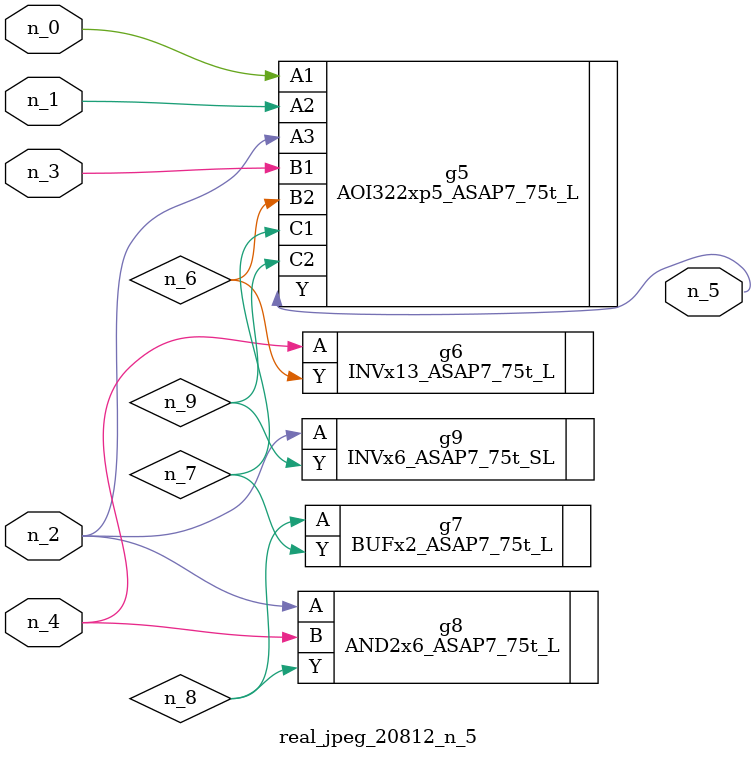
<source format=v>
module real_jpeg_20812_n_5 (n_4, n_0, n_1, n_2, n_3, n_5);

input n_4;
input n_0;
input n_1;
input n_2;
input n_3;

output n_5;

wire n_8;
wire n_6;
wire n_7;
wire n_9;

AOI322xp5_ASAP7_75t_L g5 ( 
.A1(n_0),
.A2(n_1),
.A3(n_2),
.B1(n_3),
.B2(n_6),
.C1(n_7),
.C2(n_9),
.Y(n_5)
);

AND2x6_ASAP7_75t_L g8 ( 
.A(n_2),
.B(n_4),
.Y(n_8)
);

INVx6_ASAP7_75t_SL g9 ( 
.A(n_2),
.Y(n_9)
);

INVx13_ASAP7_75t_L g6 ( 
.A(n_4),
.Y(n_6)
);

BUFx2_ASAP7_75t_L g7 ( 
.A(n_8),
.Y(n_7)
);


endmodule
</source>
